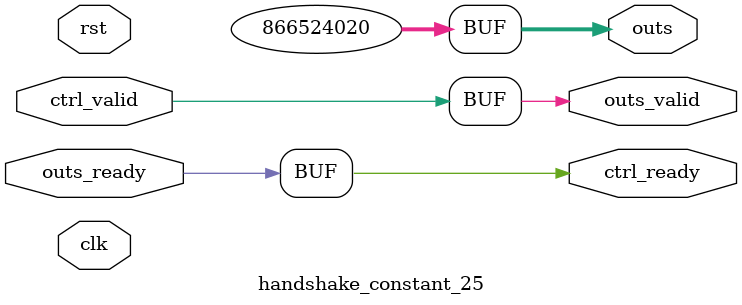
<source format=v>
`timescale 1ns / 1ps
module handshake_constant_25 #(
  parameter DATA_WIDTH = 32  // Default set to 32 bits
) (
  input                       clk,
  input                       rst,
  // Input Channel
  input                       ctrl_valid,
  output                      ctrl_ready,
  // Output Channel
  output [DATA_WIDTH - 1 : 0] outs,
  output                      outs_valid,
  input                       outs_ready
);
  assign outs       = 36'b010100110011101001100001101101110100;
  assign outs_valid = ctrl_valid;
  assign ctrl_ready = outs_ready;

endmodule

</source>
